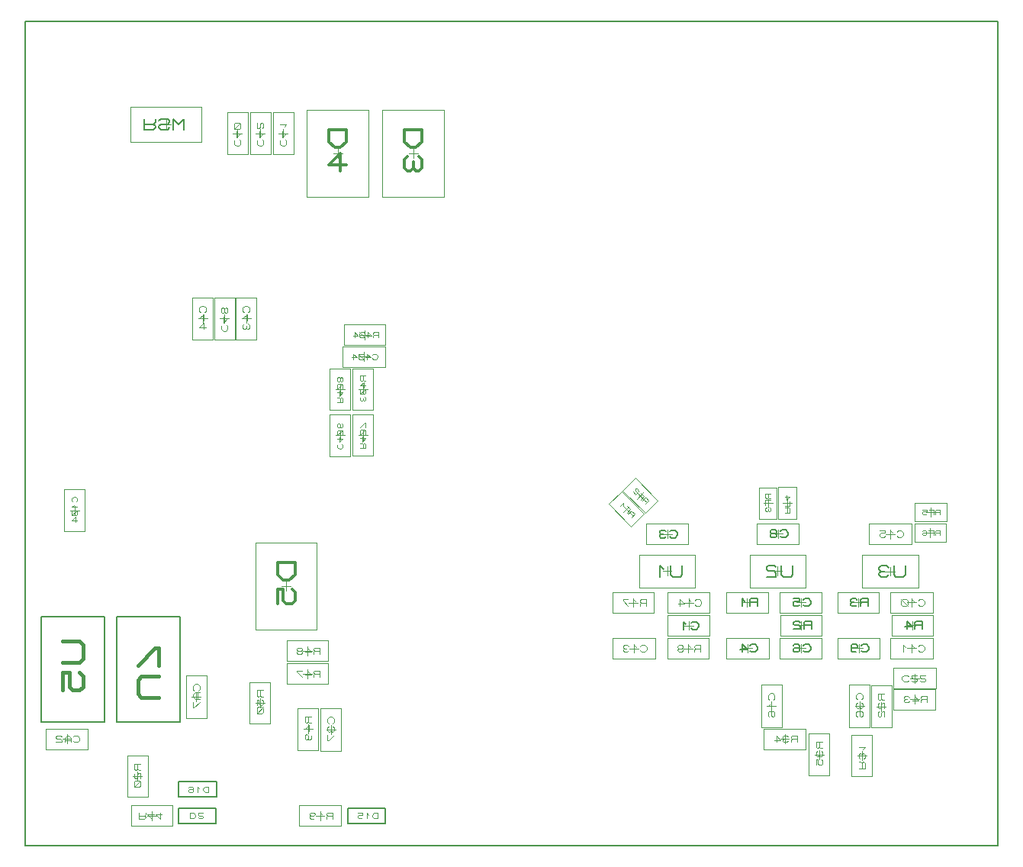
<source format=gbr>
G04 PROTEUS RS274X GERBER FILE*
%FSLAX45Y45*%
%MOMM*%
G01*
%ADD41C,0.203200*%
%ADD99C,0.050000*%
%ADD108C,0.095000*%
%ADD103C,0.093000*%
%ADD129C,0.389040*%
%ADD100C,0.118750*%
%ADD130C,0.208330*%
%ADD109C,0.141000*%
%ADD113C,0.116250*%
%ADD128C,0.100580*%
%ADD131C,0.325000*%
%ADD132C,0.088750*%
%ADD133C,0.198750*%
D41*
X-1079500Y-6413500D02*
X+9715500Y-6413500D01*
X+9715500Y+2730500D01*
X-1079500Y+2730500D01*
X-1079500Y-6413500D01*
D99*
X+2912300Y-1105600D02*
X+2442300Y-1105600D01*
X+2442300Y-875600D01*
X+2912300Y-875600D01*
X+2912300Y-1105600D01*
X+2677300Y-940600D02*
X+2677300Y-1040600D01*
X+2627300Y-990600D02*
X+2727300Y-990600D01*
D108*
X+2772300Y-1009600D02*
X+2781800Y-1019100D01*
X+2810300Y-1019100D01*
X+2829300Y-1000100D01*
X+2829300Y-981100D01*
X+2810300Y-962100D01*
X+2781800Y-962100D01*
X+2772300Y-971600D01*
X+2696300Y-1000100D02*
X+2753300Y-1000100D01*
X+2715300Y-962100D01*
X+2715300Y-1019100D01*
X+2677300Y-1009600D02*
X+2677300Y-971600D01*
X+2667800Y-962100D01*
X+2629800Y-962100D01*
X+2620300Y-971600D01*
X+2620300Y-1009600D01*
X+2629800Y-1019100D01*
X+2667800Y-1019100D01*
X+2677300Y-1009600D01*
X+2677300Y-1019100D02*
X+2620300Y-962100D01*
X+2544300Y-1000100D02*
X+2601300Y-1000100D01*
X+2563300Y-962100D01*
X+2563300Y-1019100D01*
D99*
X+2457100Y-634300D02*
X+2917100Y-634300D01*
X+2917100Y-864300D01*
X+2457100Y-864300D01*
X+2457100Y-634300D01*
X+2687100Y-799300D02*
X+2687100Y-699300D01*
X+2737100Y-749300D02*
X+2637100Y-749300D01*
D103*
X+2835900Y-777200D02*
X+2835900Y-721400D01*
X+2789400Y-721400D01*
X+2780100Y-730700D01*
X+2780100Y-740000D01*
X+2789400Y-749300D01*
X+2835900Y-749300D01*
X+2789400Y-749300D02*
X+2780100Y-758600D01*
X+2780100Y-777200D01*
X+2705700Y-758600D02*
X+2761500Y-758600D01*
X+2724300Y-721400D01*
X+2724300Y-777200D01*
X+2687100Y-767900D02*
X+2687100Y-730700D01*
X+2677800Y-721400D01*
X+2640600Y-721400D01*
X+2631300Y-730700D01*
X+2631300Y-767900D01*
X+2640600Y-777200D01*
X+2677800Y-777200D01*
X+2687100Y-767900D01*
X+2687100Y-777200D02*
X+2631300Y-721400D01*
X+2556900Y-758600D02*
X+2612700Y-758600D01*
X+2575500Y-721400D01*
X+2575500Y-777200D01*
D99*
X+2782000Y-1121500D02*
X+2782000Y-1581500D01*
X+2552000Y-1581500D01*
X+2552000Y-1121500D01*
X+2782000Y-1121500D01*
X+2617000Y-1351500D02*
X+2717000Y-1351500D01*
X+2667000Y-1401500D02*
X+2667000Y-1301500D01*
D103*
X+2694900Y-1202700D02*
X+2639100Y-1202700D01*
X+2639100Y-1249200D01*
X+2648400Y-1258500D01*
X+2657700Y-1258500D01*
X+2667000Y-1249200D01*
X+2667000Y-1202700D01*
X+2667000Y-1249200D02*
X+2676300Y-1258500D01*
X+2694900Y-1258500D01*
X+2676300Y-1332900D02*
X+2676300Y-1277100D01*
X+2639100Y-1314300D01*
X+2694900Y-1314300D01*
X+2685600Y-1351500D02*
X+2648400Y-1351500D01*
X+2639100Y-1360800D01*
X+2639100Y-1398000D01*
X+2648400Y-1407300D01*
X+2685600Y-1407300D01*
X+2694900Y-1398000D01*
X+2694900Y-1360800D01*
X+2685600Y-1351500D01*
X+2694900Y-1351500D02*
X+2639100Y-1407300D01*
X+2648400Y-1435200D02*
X+2639100Y-1444500D01*
X+2639100Y-1472400D01*
X+2648400Y-1481700D01*
X+2657700Y-1481700D01*
X+2667000Y-1472400D01*
X+2676300Y-1481700D01*
X+2685600Y-1481700D01*
X+2694900Y-1472400D01*
X+2694900Y-1444500D01*
X+2685600Y-1435200D01*
X+2667000Y-1453800D02*
X+2667000Y-1472400D01*
D41*
X-902450Y-5041900D02*
X-203950Y-5041900D01*
X-203950Y-3874770D01*
X-902450Y-3874770D01*
X-902450Y-5041900D01*
D129*
X-669913Y-4147101D02*
X-475391Y-4147101D01*
X-436487Y-4186005D01*
X-436487Y-4341622D01*
X-475391Y-4380526D01*
X-669913Y-4380526D01*
X-669913Y-4691760D02*
X-669913Y-4497239D01*
X-592104Y-4497239D01*
X-592104Y-4652856D01*
X-553200Y-4691760D01*
X-475391Y-4691760D01*
X-436487Y-4652856D01*
X-436487Y-4536143D01*
X-475391Y-4497239D01*
D41*
X-64250Y-5041900D02*
X+634250Y-5041900D01*
X+634250Y-3874770D01*
X-64250Y-3874770D01*
X-64250Y-5041900D01*
D129*
X+401713Y-4769569D02*
X+207191Y-4769569D01*
X+168287Y-4730665D01*
X+168287Y-4575048D01*
X+207191Y-4536144D01*
X+401713Y-4536144D01*
X+401713Y-4419431D02*
X+401713Y-4224910D01*
X+362809Y-4224910D01*
X+168287Y-4419431D01*
D99*
X+1160080Y+1252438D02*
X+1160080Y+1722438D01*
X+1390080Y+1722438D01*
X+1390080Y+1252438D01*
X+1160080Y+1252438D01*
X+1325080Y+1487438D02*
X+1225080Y+1487438D01*
X+1275080Y+1537438D02*
X+1275080Y+1437438D01*
D100*
X+1251330Y+1416188D02*
X+1239455Y+1404313D01*
X+1239455Y+1368688D01*
X+1263205Y+1344938D01*
X+1286955Y+1344938D01*
X+1310705Y+1368688D01*
X+1310705Y+1404313D01*
X+1298830Y+1416188D01*
X+1263205Y+1511188D02*
X+1263205Y+1439938D01*
X+1310705Y+1487438D01*
X+1239455Y+1487438D01*
X+1251330Y+1534938D02*
X+1298830Y+1534938D01*
X+1310705Y+1546813D01*
X+1310705Y+1594313D01*
X+1298830Y+1606188D01*
X+1251330Y+1606188D01*
X+1239455Y+1594313D01*
X+1239455Y+1546813D01*
X+1251330Y+1534938D01*
X+1239455Y+1534938D02*
X+1310705Y+1606188D01*
D99*
X+1668080Y+1252438D02*
X+1668080Y+1722438D01*
X+1898080Y+1722438D01*
X+1898080Y+1252438D01*
X+1668080Y+1252438D01*
X+1833080Y+1487438D02*
X+1733080Y+1487438D01*
X+1783080Y+1537438D02*
X+1783080Y+1437438D01*
D100*
X+1759330Y+1416188D02*
X+1747455Y+1404313D01*
X+1747455Y+1368688D01*
X+1771205Y+1344938D01*
X+1794955Y+1344938D01*
X+1818705Y+1368688D01*
X+1818705Y+1404313D01*
X+1806830Y+1416188D01*
X+1771205Y+1511188D02*
X+1771205Y+1439938D01*
X+1818705Y+1487438D01*
X+1747455Y+1487438D01*
X+1794955Y+1558688D02*
X+1818705Y+1582438D01*
X+1747455Y+1582438D01*
D99*
X+1414080Y+1252438D02*
X+1414080Y+1722438D01*
X+1644080Y+1722438D01*
X+1644080Y+1252438D01*
X+1414080Y+1252438D01*
X+1579080Y+1487438D02*
X+1479080Y+1487438D01*
X+1529080Y+1537438D02*
X+1529080Y+1437438D01*
D100*
X+1505330Y+1416188D02*
X+1493455Y+1404313D01*
X+1493455Y+1368688D01*
X+1517205Y+1344938D01*
X+1540955Y+1344938D01*
X+1564705Y+1368688D01*
X+1564705Y+1404313D01*
X+1552830Y+1416188D01*
X+1517205Y+1511188D02*
X+1517205Y+1439938D01*
X+1564705Y+1487438D01*
X+1493455Y+1487438D01*
X+1552830Y+1546813D02*
X+1564705Y+1558688D01*
X+1564705Y+1594313D01*
X+1552830Y+1606188D01*
X+1540955Y+1606188D01*
X+1529080Y+1594313D01*
X+1529080Y+1558688D01*
X+1517205Y+1546813D01*
X+1493455Y+1546813D01*
X+1493455Y+1606188D01*
D99*
X+1256600Y-804100D02*
X+1256600Y-334100D01*
X+1486600Y-334100D01*
X+1486600Y-804100D01*
X+1256600Y-804100D01*
X+1421600Y-569100D02*
X+1321600Y-569100D01*
X+1371600Y-519100D02*
X+1371600Y-619100D01*
D100*
X+1395350Y-497850D02*
X+1407225Y-485975D01*
X+1407225Y-450350D01*
X+1383475Y-426600D01*
X+1359725Y-426600D01*
X+1335975Y-450350D01*
X+1335975Y-485975D01*
X+1347850Y-497850D01*
X+1383475Y-592850D02*
X+1383475Y-521600D01*
X+1335975Y-569100D01*
X+1407225Y-569100D01*
X+1347850Y-628475D02*
X+1335975Y-640350D01*
X+1335975Y-675975D01*
X+1347850Y-687850D01*
X+1359725Y-687850D01*
X+1371600Y-675975D01*
X+1383475Y-687850D01*
X+1395350Y-687850D01*
X+1407225Y-675975D01*
X+1407225Y-640350D01*
X+1395350Y-628475D01*
X+1371600Y-652225D02*
X+1371600Y-675975D01*
D99*
X+774000Y-804100D02*
X+774000Y-334100D01*
X+1004000Y-334100D01*
X+1004000Y-804100D01*
X+774000Y-804100D01*
X+939000Y-569100D02*
X+839000Y-569100D01*
X+889000Y-519100D02*
X+889000Y-619100D01*
D100*
X+912750Y-497850D02*
X+924625Y-485975D01*
X+924625Y-450350D01*
X+900875Y-426600D01*
X+877125Y-426600D01*
X+853375Y-450350D01*
X+853375Y-485975D01*
X+865250Y-497850D01*
X+900875Y-592850D02*
X+900875Y-521600D01*
X+853375Y-569100D01*
X+924625Y-569100D01*
X+900875Y-687850D02*
X+900875Y-616600D01*
X+853375Y-664100D01*
X+924625Y-664100D01*
D99*
X+1015300Y-804100D02*
X+1015300Y-334100D01*
X+1245300Y-334100D01*
X+1245300Y-804100D01*
X+1015300Y-804100D01*
X+1180300Y-569100D02*
X+1080300Y-569100D01*
X+1130300Y-519100D02*
X+1130300Y-619100D01*
D100*
X+1106550Y-640350D02*
X+1094675Y-652225D01*
X+1094675Y-687850D01*
X+1118425Y-711600D01*
X+1142175Y-711600D01*
X+1165925Y-687850D01*
X+1165925Y-652225D01*
X+1154050Y-640350D01*
X+1118425Y-545350D02*
X+1118425Y-616600D01*
X+1165925Y-569100D01*
X+1094675Y-569100D01*
X+1130300Y-497850D02*
X+1142175Y-509725D01*
X+1154050Y-509725D01*
X+1165925Y-497850D01*
X+1165925Y-462225D01*
X+1154050Y-450350D01*
X+1142175Y-450350D01*
X+1130300Y-462225D01*
X+1130300Y-497850D01*
X+1118425Y-509725D01*
X+1106550Y-509725D01*
X+1094675Y-497850D01*
X+1094675Y-462225D01*
X+1106550Y-450350D01*
X+1118425Y-450350D01*
X+1130300Y-462225D01*
D99*
X-384100Y-5347400D02*
X-854100Y-5347400D01*
X-854100Y-5117400D01*
X-384100Y-5117400D01*
X-384100Y-5347400D01*
X-619100Y-5182400D02*
X-619100Y-5282400D01*
X-669100Y-5232400D02*
X-569100Y-5232400D01*
D100*
X-547850Y-5256150D02*
X-535975Y-5268025D01*
X-500350Y-5268025D01*
X-476600Y-5244275D01*
X-476600Y-5220525D01*
X-500350Y-5196775D01*
X-535975Y-5196775D01*
X-547850Y-5208650D01*
X-571600Y-5268025D02*
X-571600Y-5220525D01*
X-595350Y-5196775D01*
X-619100Y-5196775D01*
X-642850Y-5220525D01*
X-642850Y-5268025D01*
X-571600Y-5244275D02*
X-642850Y-5244275D01*
X-678475Y-5208650D02*
X-690350Y-5196775D01*
X-725975Y-5196775D01*
X-737850Y-5208650D01*
X-737850Y-5220525D01*
X-725975Y-5232400D01*
X-690350Y-5232400D01*
X-678475Y-5244275D01*
X-678475Y-5268025D01*
X-737850Y-5268025D01*
D99*
X+703400Y-4999900D02*
X+703400Y-4529900D01*
X+933400Y-4529900D01*
X+933400Y-4999900D01*
X+703400Y-4999900D01*
X+868400Y-4764900D02*
X+768400Y-4764900D01*
X+818400Y-4714900D02*
X+818400Y-4814900D01*
D100*
X+842150Y-4693650D02*
X+854025Y-4681775D01*
X+854025Y-4646150D01*
X+830275Y-4622400D01*
X+806525Y-4622400D01*
X+782775Y-4646150D01*
X+782775Y-4681775D01*
X+794650Y-4693650D01*
X+854025Y-4717400D02*
X+806525Y-4717400D01*
X+782775Y-4741150D01*
X+782775Y-4764900D01*
X+806525Y-4788650D01*
X+854025Y-4788650D01*
X+830275Y-4717400D02*
X+830275Y-4788650D01*
X+782775Y-4824275D02*
X+782775Y-4883650D01*
X+794650Y-4883650D01*
X+854025Y-4824275D01*
D99*
X+2528000Y-1629500D02*
X+2528000Y-2099500D01*
X+2298000Y-2099500D01*
X+2298000Y-1629500D01*
X+2528000Y-1629500D01*
X+2363000Y-1864500D02*
X+2463000Y-1864500D01*
X+2413000Y-1914500D02*
X+2413000Y-1814500D01*
D108*
X+2394000Y-1959500D02*
X+2384500Y-1969000D01*
X+2384500Y-1997500D01*
X+2403500Y-2016500D01*
X+2422500Y-2016500D01*
X+2441500Y-1997500D01*
X+2441500Y-1969000D01*
X+2432000Y-1959500D01*
X+2403500Y-1883500D02*
X+2403500Y-1940500D01*
X+2441500Y-1902500D01*
X+2384500Y-1902500D01*
X+2394000Y-1864500D02*
X+2432000Y-1864500D01*
X+2441500Y-1855000D01*
X+2441500Y-1817000D01*
X+2432000Y-1807500D01*
X+2394000Y-1807500D01*
X+2384500Y-1817000D01*
X+2384500Y-1855000D01*
X+2394000Y-1864500D01*
X+2384500Y-1864500D02*
X+2441500Y-1807500D01*
X+2432000Y-1731500D02*
X+2441500Y-1741000D01*
X+2441500Y-1769500D01*
X+2432000Y-1779000D01*
X+2394000Y-1779000D01*
X+2384500Y-1769500D01*
X+2384500Y-1741000D01*
X+2394000Y-1731500D01*
X+2403500Y-1731500D01*
X+2413000Y-1741000D01*
X+2413000Y-1779000D01*
D99*
X+2782000Y-1629500D02*
X+2782000Y-2089500D01*
X+2552000Y-2089500D01*
X+2552000Y-1629500D01*
X+2782000Y-1629500D01*
X+2617000Y-1859500D02*
X+2717000Y-1859500D01*
X+2667000Y-1909500D02*
X+2667000Y-1809500D01*
D103*
X+2639100Y-2008300D02*
X+2694900Y-2008300D01*
X+2694900Y-1961800D01*
X+2685600Y-1952500D01*
X+2676300Y-1952500D01*
X+2667000Y-1961800D01*
X+2667000Y-2008300D01*
X+2667000Y-1961800D02*
X+2657700Y-1952500D01*
X+2639100Y-1952500D01*
X+2657700Y-1878100D02*
X+2657700Y-1933900D01*
X+2694900Y-1896700D01*
X+2639100Y-1896700D01*
X+2648400Y-1859500D02*
X+2685600Y-1859500D01*
X+2694900Y-1850200D01*
X+2694900Y-1813000D01*
X+2685600Y-1803700D01*
X+2648400Y-1803700D01*
X+2639100Y-1813000D01*
X+2639100Y-1850200D01*
X+2648400Y-1859500D01*
X+2639100Y-1859500D02*
X+2694900Y-1803700D01*
X+2694900Y-1775800D02*
X+2694900Y-1729300D01*
X+2685600Y-1729300D01*
X+2639100Y-1775800D01*
D99*
X+2528000Y-1121500D02*
X+2528000Y-1581500D01*
X+2298000Y-1581500D01*
X+2298000Y-1121500D01*
X+2528000Y-1121500D01*
X+2363000Y-1351500D02*
X+2463000Y-1351500D01*
X+2413000Y-1401500D02*
X+2413000Y-1301500D01*
D103*
X+2385100Y-1500300D02*
X+2440900Y-1500300D01*
X+2440900Y-1453800D01*
X+2431600Y-1444500D01*
X+2422300Y-1444500D01*
X+2413000Y-1453800D01*
X+2413000Y-1500300D01*
X+2413000Y-1453800D02*
X+2403700Y-1444500D01*
X+2385100Y-1444500D01*
X+2403700Y-1370100D02*
X+2403700Y-1425900D01*
X+2440900Y-1388700D01*
X+2385100Y-1388700D01*
X+2394400Y-1351500D02*
X+2431600Y-1351500D01*
X+2440900Y-1342200D01*
X+2440900Y-1305000D01*
X+2431600Y-1295700D01*
X+2394400Y-1295700D01*
X+2385100Y-1305000D01*
X+2385100Y-1342200D01*
X+2394400Y-1351500D01*
X+2385100Y-1351500D02*
X+2440900Y-1295700D01*
X+2413000Y-1258500D02*
X+2422300Y-1267800D01*
X+2431600Y-1267800D01*
X+2440900Y-1258500D01*
X+2440900Y-1230600D01*
X+2431600Y-1221300D01*
X+2422300Y-1221300D01*
X+2413000Y-1230600D01*
X+2413000Y-1258500D01*
X+2403700Y-1267800D01*
X+2394400Y-1267800D01*
X+2385100Y-1258500D01*
X+2385100Y-1230600D01*
X+2394400Y-1221300D01*
X+2403700Y-1221300D01*
X+2413000Y-1230600D01*
D99*
X+6354000Y-3550902D02*
X+5734000Y-3550902D01*
X+5734000Y-3190902D01*
X+6354000Y-3190902D01*
X+6354000Y-3550902D01*
X+6044000Y-3320902D02*
X+6044000Y-3420902D01*
X+5994000Y-3370902D02*
X+6094000Y-3370902D01*
D130*
X+6210666Y-3308402D02*
X+6210666Y-3412569D01*
X+6189833Y-3433402D01*
X+6106500Y-3433402D01*
X+6085667Y-3412569D01*
X+6085667Y-3308402D01*
X+6002334Y-3350069D02*
X+5960667Y-3308402D01*
X+5960667Y-3433402D01*
D99*
X+7581107Y-3550533D02*
X+6961107Y-3550533D01*
X+6961107Y-3190533D01*
X+7581107Y-3190533D01*
X+7581107Y-3550533D01*
X+7271107Y-3320533D02*
X+7271107Y-3420533D01*
X+7221107Y-3370533D02*
X+7321107Y-3370533D01*
D130*
X+7437773Y-3308033D02*
X+7437773Y-3412200D01*
X+7416940Y-3433033D01*
X+7333607Y-3433033D01*
X+7312774Y-3412200D01*
X+7312774Y-3308033D01*
X+7250274Y-3328866D02*
X+7229441Y-3308033D01*
X+7166941Y-3308033D01*
X+7146108Y-3328866D01*
X+7146108Y-3349700D01*
X+7166941Y-3370533D01*
X+7229441Y-3370533D01*
X+7250274Y-3391366D01*
X+7250274Y-3433033D01*
X+7146108Y-3433033D01*
D99*
X+8830869Y-3552033D02*
X+8210869Y-3552033D01*
X+8210869Y-3192033D01*
X+8830869Y-3192033D01*
X+8830869Y-3552033D01*
X+8520869Y-3322033D02*
X+8520869Y-3422033D01*
X+8470869Y-3372033D02*
X+8570869Y-3372033D01*
D130*
X+8687535Y-3309533D02*
X+8687535Y-3413700D01*
X+8666702Y-3434533D01*
X+8583369Y-3434533D01*
X+8562536Y-3413700D01*
X+8562536Y-3309533D01*
X+8500036Y-3330366D02*
X+8479203Y-3309533D01*
X+8416703Y-3309533D01*
X+8395870Y-3330366D01*
X+8395870Y-3351200D01*
X+8416703Y-3372033D01*
X+8395870Y-3392866D01*
X+8395870Y-3413700D01*
X+8416703Y-3434533D01*
X+8479203Y-3434533D01*
X+8500036Y-3413700D01*
X+8458370Y-3372033D02*
X+8416703Y-3372033D01*
D99*
X+6280500Y-3072402D02*
X+5810500Y-3072402D01*
X+5810500Y-2842402D01*
X+6280500Y-2842402D01*
X+6280500Y-3072402D01*
X+6045500Y-2907402D02*
X+6045500Y-3007402D01*
X+5995500Y-2957402D02*
X+6095500Y-2957402D01*
D109*
X+6073700Y-2985602D02*
X+6087800Y-2999702D01*
X+6130100Y-2999702D01*
X+6158300Y-2971502D01*
X+6158300Y-2943302D01*
X+6130100Y-2915102D01*
X+6087800Y-2915102D01*
X+6073700Y-2929202D01*
X+6031400Y-2929202D02*
X+6017300Y-2915102D01*
X+5975000Y-2915102D01*
X+5960900Y-2929202D01*
X+5960900Y-2943302D01*
X+5975000Y-2957402D01*
X+5960900Y-2971502D01*
X+5960900Y-2985602D01*
X+5975000Y-2999702D01*
X+6017300Y-2999702D01*
X+6031400Y-2985602D01*
X+6003200Y-2957402D02*
X+5975000Y-2957402D01*
D99*
X+7507607Y-3072033D02*
X+7037607Y-3072033D01*
X+7037607Y-2842033D01*
X+7507607Y-2842033D01*
X+7507607Y-3072033D01*
X+7272607Y-2907033D02*
X+7272607Y-3007033D01*
X+7222607Y-2957033D02*
X+7322607Y-2957033D01*
D109*
X+7300807Y-2985233D02*
X+7314907Y-2999333D01*
X+7357207Y-2999333D01*
X+7385407Y-2971133D01*
X+7385407Y-2942933D01*
X+7357207Y-2914733D01*
X+7314907Y-2914733D01*
X+7300807Y-2928833D01*
X+7244407Y-2957033D02*
X+7258507Y-2942933D01*
X+7258507Y-2928833D01*
X+7244407Y-2914733D01*
X+7202107Y-2914733D01*
X+7188007Y-2928833D01*
X+7188007Y-2942933D01*
X+7202107Y-2957033D01*
X+7244407Y-2957033D01*
X+7258507Y-2971133D01*
X+7258507Y-2985233D01*
X+7244407Y-2999333D01*
X+7202107Y-2999333D01*
X+7188007Y-2985233D01*
X+7188007Y-2971133D01*
X+7202107Y-2957033D01*
D99*
X+8757369Y-3073533D02*
X+8287369Y-3073533D01*
X+8287369Y-2843533D01*
X+8757369Y-2843533D01*
X+8757369Y-3073533D01*
X+8522369Y-2908533D02*
X+8522369Y-3008533D01*
X+8472369Y-2958533D02*
X+8572369Y-2958533D01*
D100*
X+8593619Y-2982283D02*
X+8605494Y-2994158D01*
X+8641119Y-2994158D01*
X+8664869Y-2970408D01*
X+8664869Y-2946658D01*
X+8641119Y-2922908D01*
X+8605494Y-2922908D01*
X+8593619Y-2934783D01*
X+8546119Y-2946658D02*
X+8522369Y-2922908D01*
X+8522369Y-2994158D01*
X+8403619Y-2922908D02*
X+8462994Y-2922908D01*
X+8462994Y-2946658D01*
X+8415494Y-2946658D01*
X+8403619Y-2958533D01*
X+8403619Y-2982283D01*
X+8415494Y-2994158D01*
X+8451119Y-2994158D01*
X+8462994Y-2982283D01*
D99*
X+6517000Y-3834402D02*
X+6047000Y-3834402D01*
X+6047000Y-3604402D01*
X+6517000Y-3604402D01*
X+6517000Y-3834402D01*
X+6282000Y-3669402D02*
X+6282000Y-3769402D01*
X+6232000Y-3719402D02*
X+6332000Y-3719402D01*
D100*
X+6353250Y-3743152D02*
X+6365125Y-3755027D01*
X+6400750Y-3755027D01*
X+6424500Y-3731277D01*
X+6424500Y-3707527D01*
X+6400750Y-3683777D01*
X+6365125Y-3683777D01*
X+6353250Y-3695652D01*
X+6305750Y-3707527D02*
X+6282000Y-3683777D01*
X+6282000Y-3755027D01*
X+6163250Y-3731277D02*
X+6234500Y-3731277D01*
X+6187000Y-3683777D01*
X+6187000Y-3755027D01*
D99*
X+7761607Y-3834033D02*
X+7291607Y-3834033D01*
X+7291607Y-3604033D01*
X+7761607Y-3604033D01*
X+7761607Y-3834033D01*
X+7526607Y-3669033D02*
X+7526607Y-3769033D01*
X+7476607Y-3719033D02*
X+7576607Y-3719033D01*
D109*
X+7554807Y-3747233D02*
X+7568907Y-3761333D01*
X+7611207Y-3761333D01*
X+7639407Y-3733133D01*
X+7639407Y-3704933D01*
X+7611207Y-3676733D01*
X+7568907Y-3676733D01*
X+7554807Y-3690833D01*
X+7442007Y-3676733D02*
X+7512507Y-3676733D01*
X+7512507Y-3704933D01*
X+7456107Y-3704933D01*
X+7442007Y-3719033D01*
X+7442007Y-3747233D01*
X+7456107Y-3761333D01*
X+7498407Y-3761333D01*
X+7512507Y-3747233D01*
D99*
X+8993869Y-3834033D02*
X+8523869Y-3834033D01*
X+8523869Y-3604033D01*
X+8993869Y-3604033D01*
X+8993869Y-3834033D01*
X+8758869Y-3669033D02*
X+8758869Y-3769033D01*
X+8708869Y-3719033D02*
X+8808869Y-3719033D01*
D100*
X+8830119Y-3742783D02*
X+8841994Y-3754658D01*
X+8877619Y-3754658D01*
X+8901369Y-3730908D01*
X+8901369Y-3707158D01*
X+8877619Y-3683408D01*
X+8841994Y-3683408D01*
X+8830119Y-3695283D01*
X+8782619Y-3707158D02*
X+8758869Y-3683408D01*
X+8758869Y-3754658D01*
X+8711369Y-3742783D02*
X+8711369Y-3695283D01*
X+8699494Y-3683408D01*
X+8651994Y-3683408D01*
X+8640119Y-3695283D01*
X+8640119Y-3742783D01*
X+8651994Y-3754658D01*
X+8699494Y-3754658D01*
X+8711369Y-3742783D01*
X+8711369Y-3754658D02*
X+8640119Y-3683408D01*
D99*
X+6517000Y-4088402D02*
X+6047000Y-4088402D01*
X+6047000Y-3858402D01*
X+6517000Y-3858402D01*
X+6517000Y-4088402D01*
X+6282000Y-3923402D02*
X+6282000Y-4023402D01*
X+6232000Y-3973402D02*
X+6332000Y-3973402D01*
D109*
X+6310200Y-4001602D02*
X+6324300Y-4015702D01*
X+6366600Y-4015702D01*
X+6394800Y-3987502D01*
X+6394800Y-3959302D01*
X+6366600Y-3931102D01*
X+6324300Y-3931102D01*
X+6310200Y-3945202D01*
X+6253800Y-3959302D02*
X+6225600Y-3931102D01*
X+6225600Y-4015702D01*
D99*
X+5909500Y-4342402D02*
X+5439500Y-4342402D01*
X+5439500Y-4112402D01*
X+5909500Y-4112402D01*
X+5909500Y-4342402D01*
X+5674500Y-4177402D02*
X+5674500Y-4277402D01*
X+5624500Y-4227402D02*
X+5724500Y-4227402D01*
D100*
X+5745750Y-4251152D02*
X+5757625Y-4263027D01*
X+5793250Y-4263027D01*
X+5817000Y-4239277D01*
X+5817000Y-4215527D01*
X+5793250Y-4191777D01*
X+5757625Y-4191777D01*
X+5745750Y-4203652D01*
X+5698250Y-4215527D02*
X+5674500Y-4191777D01*
X+5674500Y-4263027D01*
X+5615125Y-4203652D02*
X+5603250Y-4191777D01*
X+5567625Y-4191777D01*
X+5555750Y-4203652D01*
X+5555750Y-4215527D01*
X+5567625Y-4227402D01*
X+5555750Y-4239277D01*
X+5555750Y-4251152D01*
X+5567625Y-4263027D01*
X+5603250Y-4263027D01*
X+5615125Y-4251152D01*
X+5591375Y-4227402D02*
X+5567625Y-4227402D01*
D99*
X+5439500Y-3604402D02*
X+5899500Y-3604402D01*
X+5899500Y-3834402D01*
X+5439500Y-3834402D01*
X+5439500Y-3604402D01*
X+5669500Y-3769402D02*
X+5669500Y-3669402D01*
X+5719500Y-3719402D02*
X+5619500Y-3719402D01*
D113*
X+5809000Y-3754277D02*
X+5809000Y-3684527D01*
X+5750875Y-3684527D01*
X+5739250Y-3696152D01*
X+5739250Y-3707777D01*
X+5750875Y-3719402D01*
X+5809000Y-3719402D01*
X+5750875Y-3719402D02*
X+5739250Y-3731027D01*
X+5739250Y-3754277D01*
X+5692750Y-3707777D02*
X+5669500Y-3684527D01*
X+5669500Y-3754277D01*
X+5611375Y-3684527D02*
X+5553250Y-3684527D01*
X+5553250Y-3696152D01*
X+5611375Y-3754277D01*
D99*
X+6507000Y-4342402D02*
X+6047000Y-4342402D01*
X+6047000Y-4112402D01*
X+6507000Y-4112402D01*
X+6507000Y-4342402D01*
X+6277000Y-4177402D02*
X+6277000Y-4277402D01*
X+6227000Y-4227402D02*
X+6327000Y-4227402D01*
D113*
X+6416500Y-4262277D02*
X+6416500Y-4192527D01*
X+6358375Y-4192527D01*
X+6346750Y-4204152D01*
X+6346750Y-4215777D01*
X+6358375Y-4227402D01*
X+6416500Y-4227402D01*
X+6358375Y-4227402D02*
X+6346750Y-4239027D01*
X+6346750Y-4262277D01*
X+6300250Y-4215777D02*
X+6277000Y-4192527D01*
X+6277000Y-4262277D01*
X+6207250Y-4227402D02*
X+6218875Y-4215777D01*
X+6218875Y-4204152D01*
X+6207250Y-4192527D01*
X+6172375Y-4192527D01*
X+6160750Y-4204152D01*
X+6160750Y-4215777D01*
X+6172375Y-4227402D01*
X+6207250Y-4227402D01*
X+6218875Y-4239027D01*
X+6218875Y-4250652D01*
X+6207250Y-4262277D01*
X+6172375Y-4262277D01*
X+6160750Y-4250652D01*
X+6160750Y-4239027D01*
X+6172375Y-4227402D01*
D99*
X+6702607Y-3604033D02*
X+7162607Y-3604033D01*
X+7162607Y-3834033D01*
X+6702607Y-3834033D01*
X+6702607Y-3604033D01*
X+6932607Y-3769033D02*
X+6932607Y-3669033D01*
X+6982607Y-3719033D02*
X+6882607Y-3719033D01*
D109*
X+7045407Y-3761333D02*
X+7045407Y-3676733D01*
X+6974907Y-3676733D01*
X+6960807Y-3690833D01*
X+6960807Y-3704933D01*
X+6974907Y-3719033D01*
X+7045407Y-3719033D01*
X+6974907Y-3719033D02*
X+6960807Y-3733133D01*
X+6960807Y-3761333D01*
X+6904407Y-3704933D02*
X+6876207Y-3676733D01*
X+6876207Y-3761333D01*
D99*
X+7761607Y-4088033D02*
X+7301607Y-4088033D01*
X+7301607Y-3858033D01*
X+7761607Y-3858033D01*
X+7761607Y-4088033D01*
X+7531607Y-3923033D02*
X+7531607Y-4023033D01*
X+7481607Y-3973033D02*
X+7581607Y-3973033D01*
D109*
X+7644407Y-4015333D02*
X+7644407Y-3930733D01*
X+7573907Y-3930733D01*
X+7559807Y-3944833D01*
X+7559807Y-3958933D01*
X+7573907Y-3973033D01*
X+7644407Y-3973033D01*
X+7573907Y-3973033D02*
X+7559807Y-3987133D01*
X+7559807Y-4015333D01*
X+7517507Y-3944833D02*
X+7503407Y-3930733D01*
X+7461107Y-3930733D01*
X+7447007Y-3944833D01*
X+7447007Y-3958933D01*
X+7461107Y-3973033D01*
X+7503407Y-3973033D01*
X+7517507Y-3987133D01*
X+7517507Y-4015333D01*
X+7447007Y-4015333D01*
D99*
X+7934869Y-3604033D02*
X+8394869Y-3604033D01*
X+8394869Y-3834033D01*
X+7934869Y-3834033D01*
X+7934869Y-3604033D01*
X+8164869Y-3769033D02*
X+8164869Y-3669033D01*
X+8214869Y-3719033D02*
X+8114869Y-3719033D01*
D109*
X+8277669Y-3761333D02*
X+8277669Y-3676733D01*
X+8207169Y-3676733D01*
X+8193069Y-3690833D01*
X+8193069Y-3704933D01*
X+8207169Y-3719033D01*
X+8277669Y-3719033D01*
X+8207169Y-3719033D02*
X+8193069Y-3733133D01*
X+8193069Y-3761333D01*
X+8150769Y-3690833D02*
X+8136669Y-3676733D01*
X+8094369Y-3676733D01*
X+8080269Y-3690833D01*
X+8080269Y-3704933D01*
X+8094369Y-3719033D01*
X+8080269Y-3733133D01*
X+8080269Y-3747233D01*
X+8094369Y-3761333D01*
X+8136669Y-3761333D01*
X+8150769Y-3747233D01*
X+8122569Y-3719033D02*
X+8094369Y-3719033D01*
D99*
X+8993869Y-4088033D02*
X+8533869Y-4088033D01*
X+8533869Y-3858033D01*
X+8993869Y-3858033D01*
X+8993869Y-4088033D01*
X+8763869Y-3923033D02*
X+8763869Y-4023033D01*
X+8713869Y-3973033D02*
X+8813869Y-3973033D01*
D109*
X+8876669Y-4015333D02*
X+8876669Y-3930733D01*
X+8806169Y-3930733D01*
X+8792069Y-3944833D01*
X+8792069Y-3958933D01*
X+8806169Y-3973033D01*
X+8876669Y-3973033D01*
X+8806169Y-3973033D02*
X+8792069Y-3987133D01*
X+8792069Y-4015333D01*
X+8679269Y-3987133D02*
X+8763869Y-3987133D01*
X+8707469Y-3930733D01*
X+8707469Y-4015333D01*
D99*
X+7172607Y-4342033D02*
X+6702607Y-4342033D01*
X+6702607Y-4112033D01*
X+7172607Y-4112033D01*
X+7172607Y-4342033D01*
X+6937607Y-4177033D02*
X+6937607Y-4277033D01*
X+6887607Y-4227033D02*
X+6987607Y-4227033D01*
D109*
X+6965807Y-4255233D02*
X+6979907Y-4269333D01*
X+7022207Y-4269333D01*
X+7050407Y-4241133D01*
X+7050407Y-4212933D01*
X+7022207Y-4184733D01*
X+6979907Y-4184733D01*
X+6965807Y-4198833D01*
X+6853007Y-4241133D02*
X+6937607Y-4241133D01*
X+6881207Y-4184733D01*
X+6881207Y-4269333D01*
D99*
X+7761607Y-4342033D02*
X+7291607Y-4342033D01*
X+7291607Y-4112033D01*
X+7761607Y-4112033D01*
X+7761607Y-4342033D01*
X+7526607Y-4177033D02*
X+7526607Y-4277033D01*
X+7476607Y-4227033D02*
X+7576607Y-4227033D01*
D109*
X+7554807Y-4255233D02*
X+7568907Y-4269333D01*
X+7611207Y-4269333D01*
X+7639407Y-4241133D01*
X+7639407Y-4212933D01*
X+7611207Y-4184733D01*
X+7568907Y-4184733D01*
X+7554807Y-4198833D01*
X+7442007Y-4198833D02*
X+7456107Y-4184733D01*
X+7498407Y-4184733D01*
X+7512507Y-4198833D01*
X+7512507Y-4255233D01*
X+7498407Y-4269333D01*
X+7456107Y-4269333D01*
X+7442007Y-4255233D01*
X+7442007Y-4241133D01*
X+7456107Y-4227033D01*
X+7512507Y-4227033D01*
D99*
X+8404869Y-4342033D02*
X+7934869Y-4342033D01*
X+7934869Y-4112033D01*
X+8404869Y-4112033D01*
X+8404869Y-4342033D01*
X+8169869Y-4177033D02*
X+8169869Y-4277033D01*
X+8119869Y-4227033D02*
X+8219869Y-4227033D01*
D109*
X+8198069Y-4255233D02*
X+8212169Y-4269333D01*
X+8254469Y-4269333D01*
X+8282669Y-4241133D01*
X+8282669Y-4212933D01*
X+8254469Y-4184733D01*
X+8212169Y-4184733D01*
X+8198069Y-4198833D01*
X+8085269Y-4212933D02*
X+8099369Y-4227033D01*
X+8141669Y-4227033D01*
X+8155769Y-4212933D01*
X+8155769Y-4198833D01*
X+8141669Y-4184733D01*
X+8099369Y-4184733D01*
X+8085269Y-4198833D01*
X+8085269Y-4255233D01*
X+8099369Y-4269333D01*
X+8141669Y-4269333D01*
D99*
X+8993869Y-4342033D02*
X+8523869Y-4342033D01*
X+8523869Y-4112033D01*
X+8993869Y-4112033D01*
X+8993869Y-4342033D01*
X+8758869Y-4177033D02*
X+8758869Y-4277033D01*
X+8708869Y-4227033D02*
X+8808869Y-4227033D01*
D100*
X+8830119Y-4250783D02*
X+8841994Y-4262658D01*
X+8877619Y-4262658D01*
X+8901369Y-4238908D01*
X+8901369Y-4215158D01*
X+8877619Y-4191408D01*
X+8841994Y-4191408D01*
X+8830119Y-4203283D01*
X+8782619Y-4215158D02*
X+8758869Y-4191408D01*
X+8758869Y-4262658D01*
X+8687619Y-4215158D02*
X+8663869Y-4191408D01*
X+8663869Y-4262658D01*
D99*
X+7315900Y-4631500D02*
X+7315900Y-5101500D01*
X+7085900Y-5101500D01*
X+7085900Y-4631500D01*
X+7315900Y-4631500D01*
X+7150900Y-4866500D02*
X+7250900Y-4866500D01*
X+7200900Y-4916500D02*
X+7200900Y-4816500D01*
D100*
X+7224650Y-4795250D02*
X+7236525Y-4783375D01*
X+7236525Y-4747750D01*
X+7212775Y-4724000D01*
X+7189025Y-4724000D01*
X+7165275Y-4747750D01*
X+7165275Y-4783375D01*
X+7177150Y-4795250D01*
X+7189025Y-4842750D02*
X+7165275Y-4866500D01*
X+7236525Y-4866500D01*
X+7177150Y-4985250D02*
X+7165275Y-4973375D01*
X+7165275Y-4937750D01*
X+7177150Y-4925875D01*
X+7224650Y-4925875D01*
X+7236525Y-4937750D01*
X+7236525Y-4973375D01*
X+7224650Y-4985250D01*
X+7212775Y-4985250D01*
X+7200900Y-4973375D01*
X+7200900Y-4925875D01*
D99*
X+8293800Y-4630376D02*
X+8293800Y-5100376D01*
X+8063800Y-5100376D01*
X+8063800Y-4630376D01*
X+8293800Y-4630376D01*
X+8128800Y-4865376D02*
X+8228800Y-4865376D01*
X+8178800Y-4915376D02*
X+8178800Y-4815376D01*
D100*
X+8202550Y-4794126D02*
X+8214425Y-4782251D01*
X+8214425Y-4746626D01*
X+8190675Y-4722876D01*
X+8166925Y-4722876D01*
X+8143175Y-4746626D01*
X+8143175Y-4782251D01*
X+8155050Y-4794126D01*
X+8155050Y-4829751D02*
X+8143175Y-4841626D01*
X+8143175Y-4877251D01*
X+8155050Y-4889126D01*
X+8166925Y-4889126D01*
X+8178800Y-4877251D01*
X+8190675Y-4889126D01*
X+8202550Y-4889126D01*
X+8214425Y-4877251D01*
X+8214425Y-4841626D01*
X+8202550Y-4829751D01*
X+8178800Y-4853501D02*
X+8178800Y-4877251D01*
X+8155050Y-4984126D02*
X+8143175Y-4972251D01*
X+8143175Y-4936626D01*
X+8155050Y-4924751D01*
X+8202550Y-4924751D01*
X+8214425Y-4936626D01*
X+8214425Y-4972251D01*
X+8202550Y-4984126D01*
X+8190675Y-4984126D01*
X+8178800Y-4972251D01*
X+8178800Y-4924751D01*
D99*
X+2426400Y-4893400D02*
X+2426400Y-5363400D01*
X+2196400Y-5363400D01*
X+2196400Y-4893400D01*
X+2426400Y-4893400D01*
X+2261400Y-5128400D02*
X+2361400Y-5128400D01*
X+2311400Y-5178400D02*
X+2311400Y-5078400D01*
D100*
X+2335150Y-5057150D02*
X+2347025Y-5045275D01*
X+2347025Y-5009650D01*
X+2323275Y-4985900D01*
X+2299525Y-4985900D01*
X+2275775Y-5009650D01*
X+2275775Y-5045275D01*
X+2287650Y-5057150D01*
X+2287650Y-5092775D02*
X+2275775Y-5104650D01*
X+2275775Y-5140275D01*
X+2287650Y-5152150D01*
X+2299525Y-5152150D01*
X+2311400Y-5140275D01*
X+2323275Y-5152150D01*
X+2335150Y-5152150D01*
X+2347025Y-5140275D01*
X+2347025Y-5104650D01*
X+2335150Y-5092775D01*
X+2311400Y-5116525D02*
X+2311400Y-5140275D01*
X+2275775Y-5187775D02*
X+2275775Y-5247150D01*
X+2287650Y-5247150D01*
X+2347025Y-5187775D01*
D99*
X-648400Y-2929800D02*
X-648400Y-2459800D01*
X-418400Y-2459800D01*
X-418400Y-2929800D01*
X-648400Y-2929800D01*
X-483400Y-2694800D02*
X-583400Y-2694800D01*
X-533400Y-2644800D02*
X-533400Y-2744800D01*
D108*
X-514400Y-2599800D02*
X-504900Y-2590300D01*
X-504900Y-2561800D01*
X-523900Y-2542800D01*
X-542900Y-2542800D01*
X-561900Y-2561800D01*
X-561900Y-2590300D01*
X-552400Y-2599800D01*
X-542900Y-2637800D02*
X-561900Y-2656800D01*
X-504900Y-2656800D01*
X-514400Y-2694800D02*
X-552400Y-2694800D01*
X-561900Y-2704300D01*
X-561900Y-2742300D01*
X-552400Y-2751800D01*
X-514400Y-2751800D01*
X-504900Y-2742300D01*
X-504900Y-2704300D01*
X-514400Y-2694800D01*
X-504900Y-2694800D02*
X-561900Y-2751800D01*
X-523900Y-2827800D02*
X-523900Y-2770800D01*
X-561900Y-2808800D01*
X-504900Y-2808800D01*
D41*
X+622300Y-6167120D02*
X+1038860Y-6167120D01*
X+1038860Y-5999480D01*
X+622300Y-5999480D01*
X+622300Y-6167120D01*
D128*
X+750113Y-6053124D02*
X+750113Y-6113475D01*
X+790346Y-6113475D01*
X+810463Y-6093358D01*
X+810463Y-6073241D01*
X+790346Y-6053124D01*
X+750113Y-6053124D01*
X+840638Y-6103416D02*
X+850696Y-6113475D01*
X+880871Y-6113475D01*
X+890930Y-6103416D01*
X+890930Y-6093358D01*
X+880871Y-6083300D01*
X+850696Y-6083300D01*
X+840638Y-6073241D01*
X+840638Y-6053124D01*
X+890930Y-6053124D01*
D99*
X+8319200Y-5187600D02*
X+8319200Y-5647600D01*
X+8089200Y-5647600D01*
X+8089200Y-5187600D01*
X+8319200Y-5187600D01*
X+8154200Y-5417600D02*
X+8254200Y-5417600D01*
X+8204200Y-5467600D02*
X+8204200Y-5367600D01*
D113*
X+8169325Y-5557100D02*
X+8239075Y-5557100D01*
X+8239075Y-5498975D01*
X+8227450Y-5487350D01*
X+8215825Y-5487350D01*
X+8204200Y-5498975D01*
X+8204200Y-5557100D01*
X+8204200Y-5498975D02*
X+8192575Y-5487350D01*
X+8169325Y-5487350D01*
X+8227450Y-5452475D02*
X+8239075Y-5440850D01*
X+8239075Y-5405975D01*
X+8227450Y-5394350D01*
X+8215825Y-5394350D01*
X+8204200Y-5405975D01*
X+8192575Y-5394350D01*
X+8180950Y-5394350D01*
X+8169325Y-5405975D01*
X+8169325Y-5440850D01*
X+8180950Y-5452475D01*
X+8204200Y-5429225D02*
X+8204200Y-5405975D01*
X+8215825Y-5347850D02*
X+8239075Y-5324600D01*
X+8169325Y-5324600D01*
D99*
X+7118000Y-5117400D02*
X+7578000Y-5117400D01*
X+7578000Y-5347400D01*
X+7118000Y-5347400D01*
X+7118000Y-5117400D01*
X+7348000Y-5282400D02*
X+7348000Y-5182400D01*
X+7398000Y-5232400D02*
X+7298000Y-5232400D01*
D113*
X+7487500Y-5267275D02*
X+7487500Y-5197525D01*
X+7429375Y-5197525D01*
X+7417750Y-5209150D01*
X+7417750Y-5220775D01*
X+7429375Y-5232400D01*
X+7487500Y-5232400D01*
X+7429375Y-5232400D02*
X+7417750Y-5244025D01*
X+7417750Y-5267275D01*
X+7382875Y-5209150D02*
X+7371250Y-5197525D01*
X+7336375Y-5197525D01*
X+7324750Y-5209150D01*
X+7324750Y-5220775D01*
X+7336375Y-5232400D01*
X+7324750Y-5244025D01*
X+7324750Y-5255650D01*
X+7336375Y-5267275D01*
X+7371250Y-5267275D01*
X+7382875Y-5255650D01*
X+7359625Y-5232400D02*
X+7336375Y-5232400D01*
X+7231750Y-5244025D02*
X+7301500Y-5244025D01*
X+7255000Y-5197525D01*
X+7255000Y-5267275D01*
D99*
X+7846100Y-5174900D02*
X+7846100Y-5634900D01*
X+7616100Y-5634900D01*
X+7616100Y-5174900D01*
X+7846100Y-5174900D01*
X+7681100Y-5404900D02*
X+7781100Y-5404900D01*
X+7731100Y-5454900D02*
X+7731100Y-5354900D01*
D113*
X+7765975Y-5265400D02*
X+7696225Y-5265400D01*
X+7696225Y-5323525D01*
X+7707850Y-5335150D01*
X+7719475Y-5335150D01*
X+7731100Y-5323525D01*
X+7731100Y-5265400D01*
X+7731100Y-5323525D02*
X+7742725Y-5335150D01*
X+7765975Y-5335150D01*
X+7707850Y-5370025D02*
X+7696225Y-5381650D01*
X+7696225Y-5416525D01*
X+7707850Y-5428150D01*
X+7719475Y-5428150D01*
X+7731100Y-5416525D01*
X+7742725Y-5428150D01*
X+7754350Y-5428150D01*
X+7765975Y-5416525D01*
X+7765975Y-5381650D01*
X+7754350Y-5370025D01*
X+7731100Y-5393275D02*
X+7731100Y-5416525D01*
X+7696225Y-5521150D02*
X+7696225Y-5463025D01*
X+7719475Y-5463025D01*
X+7719475Y-5509525D01*
X+7731100Y-5521150D01*
X+7754350Y-5521150D01*
X+7765975Y-5509525D01*
X+7765975Y-5474650D01*
X+7754350Y-5463025D01*
D99*
X+8558416Y-4678216D02*
X+9018416Y-4678216D01*
X+9018416Y-4908216D01*
X+8558416Y-4908216D01*
X+8558416Y-4678216D01*
X+8788416Y-4843216D02*
X+8788416Y-4743216D01*
X+8838416Y-4793216D02*
X+8738416Y-4793216D01*
D113*
X+8927916Y-4828091D02*
X+8927916Y-4758341D01*
X+8869791Y-4758341D01*
X+8858166Y-4769966D01*
X+8858166Y-4781591D01*
X+8869791Y-4793216D01*
X+8927916Y-4793216D01*
X+8869791Y-4793216D02*
X+8858166Y-4804841D01*
X+8858166Y-4828091D01*
X+8765166Y-4804841D02*
X+8834916Y-4804841D01*
X+8788416Y-4758341D01*
X+8788416Y-4828091D01*
X+8730291Y-4769966D02*
X+8718666Y-4758341D01*
X+8683791Y-4758341D01*
X+8672166Y-4769966D01*
X+8672166Y-4781591D01*
X+8683791Y-4793216D01*
X+8672166Y-4804841D01*
X+8672166Y-4816466D01*
X+8683791Y-4828091D01*
X+8718666Y-4828091D01*
X+8730291Y-4816466D01*
X+8707041Y-4793216D02*
X+8683791Y-4793216D01*
D99*
X+552800Y-6198300D02*
X+92800Y-6198300D01*
X+92800Y-5968300D01*
X+552800Y-5968300D01*
X+552800Y-6198300D01*
X+322800Y-6033300D02*
X+322800Y-6133300D01*
X+272800Y-6083300D02*
X+372800Y-6083300D01*
D113*
X+183300Y-6048425D02*
X+183300Y-6118175D01*
X+241425Y-6118175D01*
X+253050Y-6106550D01*
X+253050Y-6094925D01*
X+241425Y-6083300D01*
X+183300Y-6083300D01*
X+241425Y-6083300D02*
X+253050Y-6071675D01*
X+253050Y-6048425D01*
X+346050Y-6071675D02*
X+276300Y-6071675D01*
X+322800Y-6118175D01*
X+322800Y-6048425D01*
X+439050Y-6071675D02*
X+369300Y-6071675D01*
X+415800Y-6118175D01*
X+415800Y-6048425D01*
D99*
X+1820000Y-4393500D02*
X+2280000Y-4393500D01*
X+2280000Y-4623500D01*
X+1820000Y-4623500D01*
X+1820000Y-4393500D01*
X+2050000Y-4558500D02*
X+2050000Y-4458500D01*
X+2100000Y-4508500D02*
X+2000000Y-4508500D01*
D113*
X+2189500Y-4543375D02*
X+2189500Y-4473625D01*
X+2131375Y-4473625D01*
X+2119750Y-4485250D01*
X+2119750Y-4496875D01*
X+2131375Y-4508500D01*
X+2189500Y-4508500D01*
X+2131375Y-4508500D02*
X+2119750Y-4520125D01*
X+2119750Y-4543375D01*
X+2026750Y-4520125D02*
X+2096500Y-4520125D01*
X+2050000Y-4473625D01*
X+2050000Y-4543375D01*
X+1991875Y-4473625D02*
X+1933750Y-4473625D01*
X+1933750Y-4485250D01*
X+1991875Y-4543375D01*
D99*
X+1820000Y-4139500D02*
X+2280000Y-4139500D01*
X+2280000Y-4369500D01*
X+1820000Y-4369500D01*
X+1820000Y-4139500D01*
X+2050000Y-4304500D02*
X+2050000Y-4204500D01*
X+2100000Y-4254500D02*
X+2000000Y-4254500D01*
D113*
X+2189500Y-4289375D02*
X+2189500Y-4219625D01*
X+2131375Y-4219625D01*
X+2119750Y-4231250D01*
X+2119750Y-4242875D01*
X+2131375Y-4254500D01*
X+2189500Y-4254500D01*
X+2131375Y-4254500D02*
X+2119750Y-4266125D01*
X+2119750Y-4289375D01*
X+2026750Y-4266125D02*
X+2096500Y-4266125D01*
X+2050000Y-4219625D01*
X+2050000Y-4289375D01*
X+1980250Y-4254500D02*
X+1991875Y-4242875D01*
X+1991875Y-4231250D01*
X+1980250Y-4219625D01*
X+1945375Y-4219625D01*
X+1933750Y-4231250D01*
X+1933750Y-4242875D01*
X+1945375Y-4254500D01*
X+1980250Y-4254500D01*
X+1991875Y-4266125D01*
X+1991875Y-4277750D01*
X+1980250Y-4289375D01*
X+1945375Y-4289375D01*
X+1933750Y-4277750D01*
X+1933750Y-4266125D01*
X+1945375Y-4254500D01*
D99*
X+1942400Y-5353400D02*
X+1942400Y-4893400D01*
X+2172400Y-4893400D01*
X+2172400Y-5353400D01*
X+1942400Y-5353400D01*
X+2107400Y-5123400D02*
X+2007400Y-5123400D01*
X+2057400Y-5073400D02*
X+2057400Y-5173400D01*
D113*
X+2092275Y-4983900D02*
X+2022525Y-4983900D01*
X+2022525Y-5042025D01*
X+2034150Y-5053650D01*
X+2045775Y-5053650D01*
X+2057400Y-5042025D01*
X+2057400Y-4983900D01*
X+2057400Y-5042025D02*
X+2069025Y-5053650D01*
X+2092275Y-5053650D01*
X+2069025Y-5146650D02*
X+2069025Y-5076900D01*
X+2022525Y-5123400D01*
X+2092275Y-5123400D01*
X+2045775Y-5239650D02*
X+2057400Y-5228025D01*
X+2057400Y-5193150D01*
X+2045775Y-5181525D01*
X+2034150Y-5181525D01*
X+2022525Y-5193150D01*
X+2022525Y-5228025D01*
X+2034150Y-5239650D01*
X+2080650Y-5239650D01*
X+2092275Y-5228025D01*
X+2092275Y-5193150D01*
D99*
X+1639000Y-4601300D02*
X+1639000Y-5061300D01*
X+1409000Y-5061300D01*
X+1409000Y-4601300D01*
X+1639000Y-4601300D01*
X+1474000Y-4831300D02*
X+1574000Y-4831300D01*
X+1524000Y-4881300D02*
X+1524000Y-4781300D01*
D113*
X+1558875Y-4691800D02*
X+1489125Y-4691800D01*
X+1489125Y-4749925D01*
X+1500750Y-4761550D01*
X+1512375Y-4761550D01*
X+1524000Y-4749925D01*
X+1524000Y-4691800D01*
X+1524000Y-4749925D02*
X+1535625Y-4761550D01*
X+1558875Y-4761550D01*
X+1489125Y-4854550D02*
X+1489125Y-4796425D01*
X+1512375Y-4796425D01*
X+1512375Y-4842925D01*
X+1524000Y-4854550D01*
X+1547250Y-4854550D01*
X+1558875Y-4842925D01*
X+1558875Y-4808050D01*
X+1547250Y-4796425D01*
X+1547250Y-4877800D02*
X+1500750Y-4877800D01*
X+1489125Y-4889425D01*
X+1489125Y-4935925D01*
X+1500750Y-4947550D01*
X+1547250Y-4947550D01*
X+1558875Y-4935925D01*
X+1558875Y-4889425D01*
X+1547250Y-4877800D01*
X+1558875Y-4877800D02*
X+1489125Y-4947550D01*
D99*
X+1476100Y-4022700D02*
X+1476100Y-3052700D01*
X+2156100Y-3052700D01*
X+2156100Y-4022700D01*
X+1476100Y-4022700D01*
X+1866100Y-3537700D02*
X+1766100Y-3537700D01*
X+1816100Y-3487700D02*
X+1816100Y-3587700D01*
D131*
X+1913600Y-3277700D02*
X+1718600Y-3277700D01*
X+1718600Y-3407700D01*
X+1783600Y-3472700D01*
X+1848600Y-3472700D01*
X+1913600Y-3407700D01*
X+1913600Y-3277700D01*
X+1718600Y-3732700D02*
X+1718600Y-3570200D01*
X+1783600Y-3570200D01*
X+1783600Y-3700200D01*
X+1816100Y-3732700D01*
X+1881100Y-3732700D01*
X+1913600Y-3700200D01*
X+1913600Y-3602700D01*
X+1881100Y-3570200D01*
D99*
X+5642633Y-2874155D02*
X+5395146Y-2626667D01*
X+5536567Y-2485246D01*
X+5784055Y-2732733D01*
X+5642633Y-2874155D01*
X+5624956Y-2644345D02*
X+5554245Y-2715056D01*
X+5554245Y-2644345D02*
X+5624956Y-2715056D01*
D132*
X+5646080Y-2773834D02*
X+5683734Y-2736180D01*
X+5652356Y-2704803D01*
X+5639805Y-2704803D01*
X+5633529Y-2711078D01*
X+5633529Y-2723629D01*
X+5664907Y-2755007D01*
X+5633529Y-2723629D02*
X+5620978Y-2723629D01*
X+5608427Y-2736180D01*
X+5595875Y-2723629D02*
X+5633529Y-2685975D01*
X+5595875Y-2648322D01*
X+5614702Y-2704802D02*
X+5589600Y-2679700D01*
X+5558222Y-2635771D02*
X+5558222Y-2610669D01*
X+5520569Y-2648323D01*
D99*
X+5798922Y-2727244D02*
X+5551435Y-2479756D01*
X+5692856Y-2338335D01*
X+5940344Y-2585822D01*
X+5798922Y-2727244D01*
X+5781245Y-2497434D02*
X+5710534Y-2568145D01*
X+5710534Y-2497434D02*
X+5781245Y-2568145D01*
D132*
X+5802369Y-2626923D02*
X+5840023Y-2589269D01*
X+5808645Y-2557892D01*
X+5796094Y-2557892D01*
X+5789818Y-2564167D01*
X+5789818Y-2576718D01*
X+5821196Y-2608096D01*
X+5789818Y-2576718D02*
X+5777267Y-2576718D01*
X+5764716Y-2589269D01*
X+5752164Y-2576718D02*
X+5789818Y-2539064D01*
X+5752164Y-2501411D01*
X+5770991Y-2557891D02*
X+5745889Y-2532789D01*
X+5727062Y-2488860D02*
X+5727062Y-2476309D01*
X+5708236Y-2457483D01*
X+5695685Y-2457483D01*
X+5689409Y-2463758D01*
X+5689409Y-2476309D01*
X+5708236Y-2495136D01*
X+5708236Y-2507687D01*
X+5695685Y-2520238D01*
X+5664307Y-2488860D01*
D99*
X+7062800Y-2792800D02*
X+7062800Y-2442800D01*
X+7262800Y-2442800D01*
X+7262800Y-2792800D01*
X+7062800Y-2792800D01*
X+7212800Y-2617800D02*
X+7112800Y-2617800D01*
X+7162800Y-2567800D02*
X+7162800Y-2667800D01*
D132*
X+7189425Y-2511300D02*
X+7136175Y-2511300D01*
X+7136175Y-2555675D01*
X+7145050Y-2564550D01*
X+7153925Y-2564550D01*
X+7162800Y-2555675D01*
X+7162800Y-2511300D01*
X+7162800Y-2555675D02*
X+7171675Y-2564550D01*
X+7189425Y-2564550D01*
X+7189425Y-2582300D02*
X+7136175Y-2582300D01*
X+7136175Y-2635550D01*
X+7162800Y-2582300D02*
X+7162800Y-2617800D01*
X+7145050Y-2662175D02*
X+7136175Y-2671050D01*
X+7136175Y-2697675D01*
X+7145050Y-2706550D01*
X+7153925Y-2706550D01*
X+7162800Y-2697675D01*
X+7171675Y-2706550D01*
X+7180550Y-2706550D01*
X+7189425Y-2697675D01*
X+7189425Y-2671050D01*
X+7180550Y-2662175D01*
X+7162800Y-2679925D02*
X+7162800Y-2697675D01*
D99*
X+7278700Y-2789600D02*
X+7278700Y-2439600D01*
X+7478700Y-2439600D01*
X+7478700Y-2789600D01*
X+7278700Y-2789600D01*
X+7428700Y-2614600D02*
X+7328700Y-2614600D01*
X+7378700Y-2564600D02*
X+7378700Y-2664600D01*
D132*
X+7352075Y-2721100D02*
X+7405325Y-2721100D01*
X+7405325Y-2676725D01*
X+7396450Y-2667850D01*
X+7387575Y-2667850D01*
X+7378700Y-2676725D01*
X+7378700Y-2721100D01*
X+7378700Y-2676725D02*
X+7369825Y-2667850D01*
X+7352075Y-2667850D01*
X+7352075Y-2650100D02*
X+7405325Y-2650100D01*
X+7405325Y-2596850D01*
X+7378700Y-2650100D02*
X+7378700Y-2614600D01*
X+7369825Y-2525850D02*
X+7369825Y-2579100D01*
X+7405325Y-2543600D01*
X+7352075Y-2543600D01*
D99*
X+8792800Y-2617800D02*
X+9142800Y-2617800D01*
X+9142800Y-2817800D01*
X+8792800Y-2817800D01*
X+8792800Y-2617800D01*
X+8967800Y-2767800D02*
X+8967800Y-2667800D01*
X+9017800Y-2717800D02*
X+8917800Y-2717800D01*
D132*
X+9074300Y-2744425D02*
X+9074300Y-2691175D01*
X+9029925Y-2691175D01*
X+9021050Y-2700050D01*
X+9021050Y-2708925D01*
X+9029925Y-2717800D01*
X+9074300Y-2717800D01*
X+9029925Y-2717800D02*
X+9021050Y-2726675D01*
X+9021050Y-2744425D01*
X+9003300Y-2744425D02*
X+9003300Y-2691175D01*
X+8950050Y-2691175D01*
X+9003300Y-2717800D02*
X+8967800Y-2717800D01*
X+8879050Y-2691175D02*
X+8923425Y-2691175D01*
X+8923425Y-2708925D01*
X+8887925Y-2708925D01*
X+8879050Y-2717800D01*
X+8879050Y-2735550D01*
X+8887925Y-2744425D01*
X+8914550Y-2744425D01*
X+8923425Y-2735550D01*
D99*
X+8789600Y-2846400D02*
X+9139600Y-2846400D01*
X+9139600Y-3046400D01*
X+8789600Y-3046400D01*
X+8789600Y-2846400D01*
X+8964600Y-2996400D02*
X+8964600Y-2896400D01*
X+9014600Y-2946400D02*
X+8914600Y-2946400D01*
D132*
X+9071100Y-2973025D02*
X+9071100Y-2919775D01*
X+9026725Y-2919775D01*
X+9017850Y-2928650D01*
X+9017850Y-2937525D01*
X+9026725Y-2946400D01*
X+9071100Y-2946400D01*
X+9026725Y-2946400D02*
X+9017850Y-2955275D01*
X+9017850Y-2973025D01*
X+9000100Y-2973025D02*
X+9000100Y-2919775D01*
X+8946850Y-2919775D01*
X+9000100Y-2946400D02*
X+8964600Y-2946400D01*
X+8875850Y-2928650D02*
X+8884725Y-2919775D01*
X+8911350Y-2919775D01*
X+8920225Y-2928650D01*
X+8920225Y-2964150D01*
X+8911350Y-2973025D01*
X+8884725Y-2973025D01*
X+8875850Y-2964150D01*
X+8875850Y-2955275D01*
X+8884725Y-2946400D01*
X+8920225Y-2946400D01*
D41*
X+2501900Y-6167120D02*
X+2918460Y-6167120D01*
X+2918460Y-5999480D01*
X+2501900Y-5999480D01*
X+2501900Y-6167120D01*
D128*
X+2830880Y-6113476D02*
X+2830880Y-6053125D01*
X+2790647Y-6053125D01*
X+2770530Y-6073242D01*
X+2770530Y-6093359D01*
X+2790647Y-6113476D01*
X+2830880Y-6113476D01*
X+2730297Y-6073242D02*
X+2710180Y-6053125D01*
X+2710180Y-6113476D01*
X+2609596Y-6053125D02*
X+2659888Y-6053125D01*
X+2659888Y-6073242D01*
X+2619655Y-6073242D01*
X+2609596Y-6083300D01*
X+2609596Y-6103417D01*
X+2619655Y-6113476D01*
X+2649830Y-6113476D01*
X+2659888Y-6103417D01*
D99*
X+2421800Y-6198300D02*
X+1961800Y-6198300D01*
X+1961800Y-5968300D01*
X+2421800Y-5968300D01*
X+2421800Y-6198300D01*
X+2191800Y-6033300D02*
X+2191800Y-6133300D01*
X+2141800Y-6083300D02*
X+2241800Y-6083300D01*
D113*
X+2331300Y-6118175D02*
X+2331300Y-6048425D01*
X+2273175Y-6048425D01*
X+2261550Y-6060050D01*
X+2261550Y-6071675D01*
X+2273175Y-6083300D01*
X+2331300Y-6083300D01*
X+2273175Y-6083300D02*
X+2261550Y-6094925D01*
X+2261550Y-6118175D01*
X+2215050Y-6071675D02*
X+2191800Y-6048425D01*
X+2191800Y-6118175D01*
X+2075550Y-6071675D02*
X+2087175Y-6083300D01*
X+2122050Y-6083300D01*
X+2133675Y-6071675D01*
X+2133675Y-6060050D01*
X+2122050Y-6048425D01*
X+2087175Y-6048425D01*
X+2075550Y-6060050D01*
X+2075550Y-6106550D01*
X+2087175Y-6118175D01*
X+2122050Y-6118175D01*
D41*
X+624840Y-5875020D02*
X+1041400Y-5875020D01*
X+1041400Y-5707380D01*
X+624840Y-5707380D01*
X+624840Y-5875020D01*
D128*
X+953820Y-5821376D02*
X+953820Y-5761025D01*
X+913587Y-5761025D01*
X+893470Y-5781142D01*
X+893470Y-5801259D01*
X+913587Y-5821376D01*
X+953820Y-5821376D01*
X+853237Y-5781142D02*
X+833120Y-5761025D01*
X+833120Y-5821376D01*
X+732536Y-5771084D02*
X+742595Y-5761025D01*
X+772770Y-5761025D01*
X+782828Y-5771084D01*
X+782828Y-5811317D01*
X+772770Y-5821376D01*
X+742595Y-5821376D01*
X+732536Y-5811317D01*
X+732536Y-5801259D01*
X+742595Y-5791200D01*
X+782828Y-5791200D01*
D99*
X+50100Y-5876200D02*
X+50100Y-5416200D01*
X+280100Y-5416200D01*
X+280100Y-5876200D01*
X+50100Y-5876200D01*
X+215100Y-5646200D02*
X+115100Y-5646200D01*
X+165100Y-5596200D02*
X+165100Y-5696200D01*
D113*
X+199975Y-5506700D02*
X+130225Y-5506700D01*
X+130225Y-5564825D01*
X+141850Y-5576450D01*
X+153475Y-5576450D01*
X+165100Y-5564825D01*
X+165100Y-5506700D01*
X+165100Y-5564825D02*
X+176725Y-5576450D01*
X+199975Y-5576450D01*
X+141850Y-5611325D02*
X+130225Y-5622950D01*
X+130225Y-5657825D01*
X+141850Y-5669450D01*
X+153475Y-5669450D01*
X+165100Y-5657825D01*
X+165100Y-5622950D01*
X+176725Y-5611325D01*
X+199975Y-5611325D01*
X+199975Y-5669450D01*
X+188350Y-5692700D02*
X+141850Y-5692700D01*
X+130225Y-5704325D01*
X+130225Y-5750825D01*
X+141850Y-5762450D01*
X+188350Y-5762450D01*
X+199975Y-5750825D01*
X+199975Y-5704325D01*
X+188350Y-5692700D01*
X+199975Y-5692700D02*
X+130225Y-5762450D01*
D99*
X+87800Y+1782500D02*
X+877800Y+1782500D01*
X+877800Y+1392500D01*
X+87800Y+1392500D01*
X+87800Y+1782500D01*
X+482800Y+1537500D02*
X+482800Y+1637500D01*
X+532800Y+1587500D02*
X+432800Y+1587500D01*
D133*
X+244300Y+1647125D02*
X+244300Y+1527875D01*
X+343675Y+1527875D01*
X+363550Y+1547750D01*
X+363550Y+1567625D01*
X+343675Y+1587500D01*
X+244300Y+1587500D01*
X+343675Y+1587500D02*
X+363550Y+1607375D01*
X+363550Y+1647125D01*
X+403300Y+1627250D02*
X+423175Y+1647125D01*
X+502675Y+1647125D01*
X+522550Y+1627250D01*
X+522550Y+1607375D01*
X+502675Y+1587500D01*
X+423175Y+1587500D01*
X+403300Y+1567625D01*
X+403300Y+1547750D01*
X+423175Y+1527875D01*
X+502675Y+1527875D01*
X+522550Y+1547750D01*
X+562300Y+1527875D02*
X+562300Y+1647125D01*
X+621925Y+1587500D01*
X+681550Y+1647125D01*
X+681550Y+1527875D01*
D99*
X+9025800Y-4674300D02*
X+8555800Y-4674300D01*
X+8555800Y-4444300D01*
X+9025800Y-4444300D01*
X+9025800Y-4674300D01*
X+8790800Y-4509300D02*
X+8790800Y-4609300D01*
X+8740800Y-4559300D02*
X+8840800Y-4559300D01*
D100*
X+8719550Y-4535550D02*
X+8707675Y-4523675D01*
X+8672050Y-4523675D01*
X+8648300Y-4547425D01*
X+8648300Y-4571175D01*
X+8672050Y-4594925D01*
X+8707675Y-4594925D01*
X+8719550Y-4583050D01*
X+8755175Y-4583050D02*
X+8767050Y-4594925D01*
X+8802675Y-4594925D01*
X+8814550Y-4583050D01*
X+8814550Y-4571175D01*
X+8802675Y-4559300D01*
X+8767050Y-4559300D01*
X+8755175Y-4547425D01*
X+8755175Y-4523675D01*
X+8814550Y-4523675D01*
X+8850175Y-4583050D02*
X+8862050Y-4594925D01*
X+8897675Y-4594925D01*
X+8909550Y-4583050D01*
X+8909550Y-4571175D01*
X+8897675Y-4559300D01*
X+8862050Y-4559300D01*
X+8850175Y-4547425D01*
X+8850175Y-4523675D01*
X+8909550Y-4523675D01*
D99*
X+8535100Y-4641500D02*
X+8535100Y-5101500D01*
X+8305100Y-5101500D01*
X+8305100Y-4641500D01*
X+8535100Y-4641500D01*
X+8370100Y-4871500D02*
X+8470100Y-4871500D01*
X+8420100Y-4921500D02*
X+8420100Y-4821500D01*
D113*
X+8454975Y-4732000D02*
X+8385225Y-4732000D01*
X+8385225Y-4790125D01*
X+8396850Y-4801750D01*
X+8408475Y-4801750D01*
X+8420100Y-4790125D01*
X+8420100Y-4732000D01*
X+8420100Y-4790125D02*
X+8431725Y-4801750D01*
X+8454975Y-4801750D01*
X+8396850Y-4836625D02*
X+8385225Y-4848250D01*
X+8385225Y-4883125D01*
X+8396850Y-4894750D01*
X+8408475Y-4894750D01*
X+8420100Y-4883125D01*
X+8420100Y-4848250D01*
X+8431725Y-4836625D01*
X+8454975Y-4836625D01*
X+8454975Y-4894750D01*
X+8396850Y-4929625D02*
X+8385225Y-4941250D01*
X+8385225Y-4976125D01*
X+8396850Y-4987750D01*
X+8408475Y-4987750D01*
X+8420100Y-4976125D01*
X+8420100Y-4941250D01*
X+8431725Y-4929625D01*
X+8454975Y-4929625D01*
X+8454975Y-4987750D01*
D99*
X+3565800Y+1749400D02*
X+3565800Y+779400D01*
X+2885800Y+779400D01*
X+2885800Y+1749400D01*
X+3565800Y+1749400D01*
X+3175800Y+1264400D02*
X+3275800Y+1264400D01*
X+3225800Y+1214400D02*
X+3225800Y+1314400D01*
D131*
X+3323300Y+1524400D02*
X+3128300Y+1524400D01*
X+3128300Y+1394400D01*
X+3193300Y+1329400D01*
X+3258300Y+1329400D01*
X+3323300Y+1394400D01*
X+3323300Y+1524400D01*
X+3160800Y+1231900D02*
X+3128300Y+1199400D01*
X+3128300Y+1101900D01*
X+3160800Y+1069400D01*
X+3193300Y+1069400D01*
X+3225800Y+1101900D01*
X+3258300Y+1069400D01*
X+3290800Y+1069400D01*
X+3323300Y+1101900D01*
X+3323300Y+1199400D01*
X+3290800Y+1231900D01*
X+3225800Y+1166900D02*
X+3225800Y+1101900D01*
D99*
X+2727600Y+1747900D02*
X+2727600Y+777900D01*
X+2047600Y+777900D01*
X+2047600Y+1747900D01*
X+2727600Y+1747900D01*
X+2337600Y+1262900D02*
X+2437600Y+1262900D01*
X+2387600Y+1212900D02*
X+2387600Y+1312900D01*
D131*
X+2485100Y+1522900D02*
X+2290100Y+1522900D01*
X+2290100Y+1392900D01*
X+2355100Y+1327900D01*
X+2420100Y+1327900D01*
X+2485100Y+1392900D01*
X+2485100Y+1522900D01*
X+2420100Y+1067900D02*
X+2420100Y+1262900D01*
X+2290100Y+1132900D01*
X+2485100Y+1132900D01*
M02*

</source>
